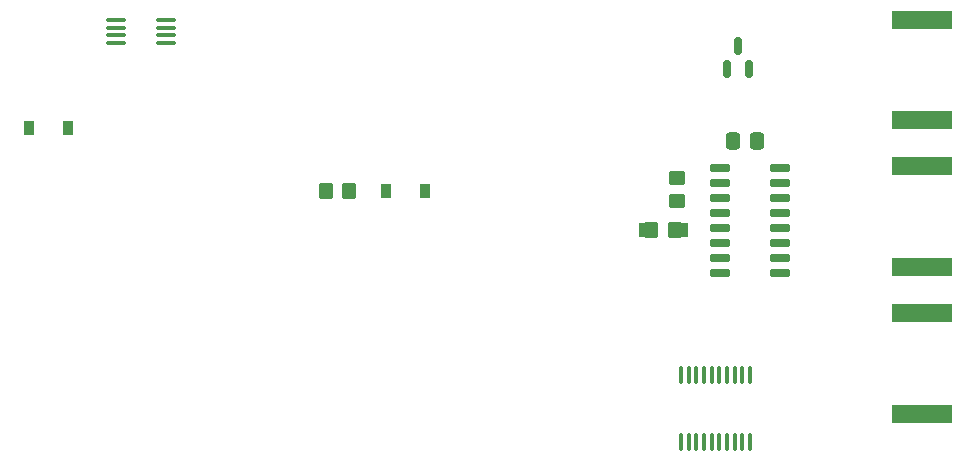
<source format=gbr>
%TF.GenerationSoftware,KiCad,Pcbnew,6.0.1*%
%TF.CreationDate,2022-04-02T05:11:13+02:00*%
%TF.ProjectId,glitcher,676c6974-6368-4657-922e-6b696361645f,4*%
%TF.SameCoordinates,Original*%
%TF.FileFunction,Paste,Bot*%
%TF.FilePolarity,Positive*%
%FSLAX46Y46*%
G04 Gerber Fmt 4.6, Leading zero omitted, Abs format (unit mm)*
G04 Created by KiCad (PCBNEW 6.0.1) date 2022-04-02 05:11:13*
%MOMM*%
%LPD*%
G01*
G04 APERTURE LIST*
G04 Aperture macros list*
%AMRoundRect*
0 Rectangle with rounded corners*
0 $1 Rounding radius*
0 $2 $3 $4 $5 $6 $7 $8 $9 X,Y pos of 4 corners*
0 Add a 4 corners polygon primitive as box body*
4,1,4,$2,$3,$4,$5,$6,$7,$8,$9,$2,$3,0*
0 Add four circle primitives for the rounded corners*
1,1,$1+$1,$2,$3*
1,1,$1+$1,$4,$5*
1,1,$1+$1,$6,$7*
1,1,$1+$1,$8,$9*
0 Add four rect primitives between the rounded corners*
20,1,$1+$1,$2,$3,$4,$5,0*
20,1,$1+$1,$4,$5,$6,$7,0*
20,1,$1+$1,$6,$7,$8,$9,0*
20,1,$1+$1,$8,$9,$2,$3,0*%
G04 Aperture macros list end*
%ADD10R,5.080000X1.500000*%
%ADD11R,0.900000X1.200000*%
%ADD12RoundRect,0.250000X0.450000X-0.350000X0.450000X0.350000X-0.450000X0.350000X-0.450000X-0.350000X0*%
%ADD13RoundRect,0.250000X0.337500X0.475000X-0.337500X0.475000X-0.337500X-0.475000X0.337500X-0.475000X0*%
%ADD14RoundRect,0.100000X0.100000X-0.637500X0.100000X0.637500X-0.100000X0.637500X-0.100000X-0.637500X0*%
%ADD15RoundRect,0.250000X-0.350000X-0.450000X0.350000X-0.450000X0.350000X0.450000X-0.350000X0.450000X0*%
%ADD16RoundRect,0.100000X-0.712500X-0.100000X0.712500X-0.100000X0.712500X0.100000X-0.712500X0.100000X0*%
%ADD17RoundRect,0.150000X0.150000X-0.587500X0.150000X0.587500X-0.150000X0.587500X-0.150000X-0.587500X0*%
%ADD18RoundRect,0.150000X0.725000X0.150000X-0.725000X0.150000X-0.725000X-0.150000X0.725000X-0.150000X0*%
G04 APERTURE END LIST*
D10*
%TO.C,J206*%
X159845000Y-83037000D03*
X159845000Y-91537000D03*
%TD*%
%TO.C,J204*%
X159888000Y-95445000D03*
X159888000Y-103945000D03*
%TD*%
%TO.C,J203*%
X159888000Y-107891000D03*
X159888000Y-116391000D03*
%TD*%
D11*
%TO.C,D100*%
X84202000Y-92202000D03*
X87502000Y-92202000D03*
%TD*%
D12*
%TO.C,R401*%
X139065000Y-96425000D03*
X139065000Y-98425000D03*
%TD*%
D11*
%TO.C,D101*%
X114428000Y-97536000D03*
X117728000Y-97536000D03*
%TD*%
D13*
%TO.C,C400*%
X145919100Y-93319600D03*
X143844100Y-93319600D03*
%TD*%
D14*
%TO.C,U200*%
X145292000Y-118813500D03*
X144642000Y-118813500D03*
X143992000Y-118813500D03*
X143342000Y-118813500D03*
X142692000Y-118813500D03*
X142042000Y-118813500D03*
X141392000Y-118813500D03*
X140742000Y-118813500D03*
X140092000Y-118813500D03*
X139442000Y-118813500D03*
X139442000Y-113088500D03*
X140092000Y-113088500D03*
X140742000Y-113088500D03*
X141392000Y-113088500D03*
X142042000Y-113088500D03*
X142692000Y-113088500D03*
X143342000Y-113088500D03*
X143992000Y-113088500D03*
X144642000Y-113088500D03*
X145292000Y-113088500D03*
%TD*%
D15*
%TO.C,R400*%
X136893500Y-100838000D03*
X138893500Y-100838000D03*
%TD*%
D11*
%TO.C,D400*%
X136271000Y-100838000D03*
X139571000Y-100838000D03*
%TD*%
D16*
%TO.C,U401b*%
X91613500Y-85001819D03*
X91613500Y-84351819D03*
X91613500Y-83701819D03*
X91613500Y-83051819D03*
X95838500Y-83051819D03*
X95838500Y-83701819D03*
X95838500Y-84351819D03*
X95838500Y-85001819D03*
%TD*%
D17*
%TO.C,Q301*%
X145222000Y-87170500D03*
X143322000Y-87170500D03*
X144272000Y-85295500D03*
%TD*%
D18*
%TO.C,U400*%
X147863000Y-95631000D03*
X147863000Y-96901000D03*
X147863000Y-98171000D03*
X147863000Y-99441000D03*
X147863000Y-100711000D03*
X147863000Y-101981000D03*
X147863000Y-103251000D03*
X147863000Y-104521000D03*
X142713000Y-104521000D03*
X142713000Y-103251000D03*
X142713000Y-101981000D03*
X142713000Y-100711000D03*
X142713000Y-99441000D03*
X142713000Y-98171000D03*
X142713000Y-96901000D03*
X142713000Y-95631000D03*
%TD*%
D15*
%TO.C,R1*%
X109363000Y-97536000D03*
X111363000Y-97536000D03*
%TD*%
M02*

</source>
